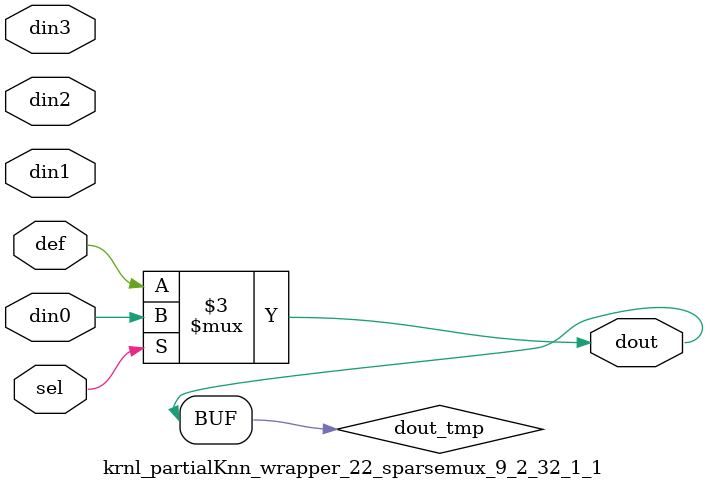
<source format=v>
`timescale 1ns / 1ps

module krnl_partialKnn_wrapper_22_sparsemux_9_2_32_1_1 (din0,din1,din2,din3,def,sel,dout);

parameter din0_WIDTH = 1;

parameter din1_WIDTH = 1;

parameter din2_WIDTH = 1;

parameter din3_WIDTH = 1;

parameter def_WIDTH = 1;
parameter sel_WIDTH = 1;
parameter dout_WIDTH = 1;

parameter [sel_WIDTH-1:0] CASE0 = 1;

parameter [sel_WIDTH-1:0] CASE1 = 1;

parameter [sel_WIDTH-1:0] CASE2 = 1;

parameter [sel_WIDTH-1:0] CASE3 = 1;

parameter ID = 1;
parameter NUM_STAGE = 1;



input [din0_WIDTH-1:0] din0;

input [din1_WIDTH-1:0] din1;

input [din2_WIDTH-1:0] din2;

input [din3_WIDTH-1:0] din3;

input [def_WIDTH-1:0] def;
input [sel_WIDTH-1:0] sel;

output [dout_WIDTH-1:0] dout;



reg [dout_WIDTH-1:0] dout_tmp;

always @ (*) begin
case (sel)
    
    CASE0 : dout_tmp = din0;
    
    CASE1 : dout_tmp = din1;
    
    CASE2 : dout_tmp = din2;
    
    CASE3 : dout_tmp = din3;
    
    default : dout_tmp = def;
endcase
end


assign dout = dout_tmp;



endmodule

</source>
